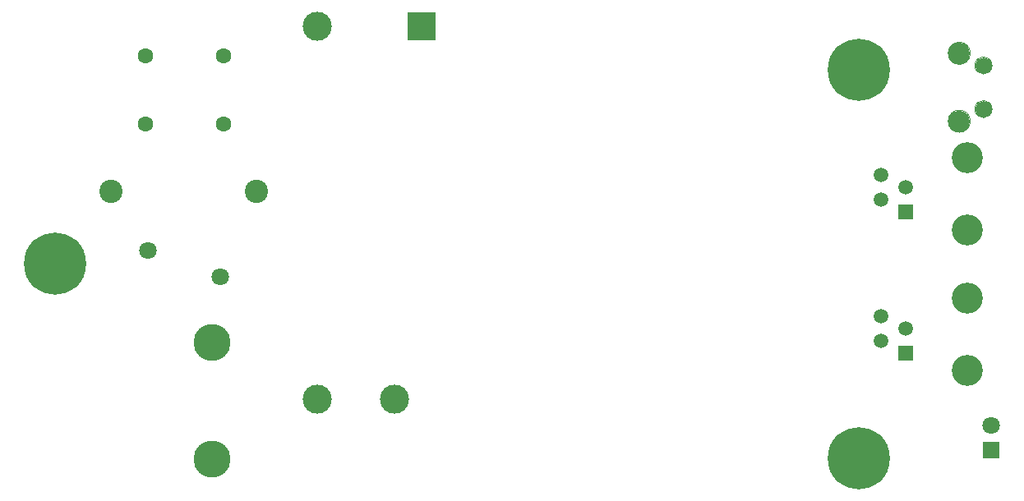
<source format=gbr>
%TF.GenerationSoftware,KiCad,Pcbnew,(5.1.9)-1*%
%TF.CreationDate,2021-08-08T17:51:26+03:00*%
%TF.ProjectId,ESP8266DevBoard,45535038-3236-4364-9465-76426f617264,1.0*%
%TF.SameCoordinates,Original*%
%TF.FileFunction,Soldermask,Bot*%
%TF.FilePolarity,Negative*%
%FSLAX46Y46*%
G04 Gerber Fmt 4.6, Leading zero omitted, Abs format (unit mm)*
G04 Created by KiCad (PCBNEW (5.1.9)-1) date 2021-08-08 17:51:26*
%MOMM*%
%LPD*%
G01*
G04 APERTURE LIST*
%ADD10C,0.100000*%
%ADD11C,3.200000*%
%ADD12C,1.500000*%
%ADD13R,1.500000X1.500000*%
%ADD14C,6.400000*%
%ADD15C,1.700000*%
%ADD16C,2.200000*%
%ADD17C,1.800000*%
%ADD18R,3.000000X3.000000*%
%ADD19C,3.000000*%
%ADD20C,1.600000*%
%ADD21C,3.800000*%
%ADD22R,1.800000X1.800000*%
%ADD23C,2.400000*%
G04 APERTURE END LIST*
D10*
%TO.C,SW1*%
X199303000Y-48280000D02*
G75*
G03*
X199303000Y-48280000I-1143000J0D01*
G01*
X201549000Y-54030000D02*
G75*
G03*
X201549000Y-54030000I-889000J0D01*
G01*
X201549000Y-49530000D02*
G75*
G03*
X201549000Y-49530000I-889000J0D01*
G01*
X199303000Y-55280000D02*
G75*
G03*
X199303000Y-55280000I-1143000J0D01*
G01*
%TD*%
D11*
%TO.C,J2*%
X199000000Y-73500000D03*
X199000000Y-81000000D03*
D12*
X190110000Y-75345000D03*
X192650000Y-76615000D03*
X190110000Y-77885000D03*
D13*
X192650000Y-79155000D03*
%TD*%
D11*
%TO.C,J3*%
X199000000Y-59000000D03*
X199000000Y-66500000D03*
D12*
X190110000Y-60845000D03*
X192650000Y-62115000D03*
X190110000Y-63385000D03*
D13*
X192650000Y-64655000D03*
%TD*%
D14*
%TO.C,H1*%
X105050000Y-70000000D03*
%TD*%
%TO.C,H3*%
X187800000Y-50000000D03*
%TD*%
%TO.C,H2*%
X187800000Y-90000000D03*
%TD*%
D15*
%TO.C,SW1*%
X200660000Y-49530000D03*
X200660000Y-54030000D03*
D16*
X198160000Y-48280000D03*
X198160000Y-55280000D03*
%TD*%
D17*
%TO.C,RV1*%
X122054000Y-71280000D03*
X114554000Y-68580000D03*
%TD*%
D18*
%TO.C,PS1*%
X142748000Y-45466000D03*
D19*
X139998000Y-83966000D03*
X131998000Y-45466000D03*
X131998000Y-83966000D03*
%TD*%
D20*
%TO.C,L1*%
X114364000Y-55570000D03*
X114364000Y-48570000D03*
X122364000Y-48570000D03*
X122364000Y-55570000D03*
%TD*%
D21*
%TO.C,J4*%
X121158000Y-78074000D03*
X121158000Y-90074000D03*
%TD*%
D17*
%TO.C,D3*%
X201422000Y-86614000D03*
D22*
X201422000Y-89154000D03*
%TD*%
D23*
%TO.C,C8*%
X125744000Y-62484000D03*
X110744000Y-62484000D03*
%TD*%
M02*

</source>
